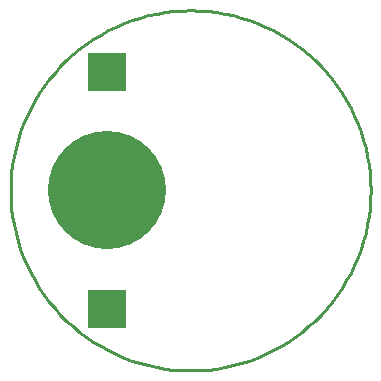
<source format=gtp>
G75*
G70*
%OFA0B0*%
%FSLAX24Y24*%
%IPPOS*%
%LPD*%
%AMOC8*
5,1,8,0,0,1.08239X$1,22.5*
%
%ADD10C,0.0100*%
%ADD11R,0.1260X0.1260*%
%ADD12C,0.3937*%
D10*
X006151Y000151D02*
X006436Y000158D01*
X006721Y000178D01*
X007005Y000212D01*
X007287Y000259D01*
X007566Y000320D01*
X007841Y000394D01*
X008113Y000481D01*
X008381Y000581D01*
X008643Y000693D01*
X008900Y000818D01*
X009151Y000955D01*
X009395Y001103D01*
X009631Y001264D01*
X009860Y001435D01*
X010080Y001617D01*
X010291Y001809D01*
X010493Y002011D01*
X010685Y002222D01*
X010867Y002442D01*
X011038Y002671D01*
X011199Y002907D01*
X011347Y003151D01*
X011484Y003402D01*
X011609Y003659D01*
X011721Y003921D01*
X011821Y004189D01*
X011908Y004461D01*
X011982Y004736D01*
X012043Y005015D01*
X012090Y005297D01*
X012124Y005581D01*
X012144Y005866D01*
X012151Y006151D01*
X006151Y000151D02*
X005866Y000158D01*
X005581Y000178D01*
X005297Y000212D01*
X005015Y000259D01*
X004736Y000320D01*
X004461Y000394D01*
X004189Y000481D01*
X003921Y000581D01*
X003659Y000693D01*
X003402Y000818D01*
X003151Y000955D01*
X002907Y001103D01*
X002671Y001264D01*
X002442Y001435D01*
X002222Y001617D01*
X002011Y001809D01*
X001809Y002011D01*
X001617Y002222D01*
X001435Y002442D01*
X001264Y002671D01*
X001103Y002907D01*
X000955Y003151D01*
X000818Y003402D01*
X000693Y003659D01*
X000581Y003921D01*
X000481Y004189D01*
X000394Y004461D01*
X000320Y004736D01*
X000259Y005015D01*
X000212Y005297D01*
X000178Y005581D01*
X000158Y005866D01*
X000151Y006151D01*
X000158Y006436D01*
X000178Y006721D01*
X000212Y007005D01*
X000259Y007287D01*
X000320Y007566D01*
X000394Y007841D01*
X000481Y008113D01*
X000581Y008381D01*
X000693Y008643D01*
X000818Y008900D01*
X000955Y009151D01*
X001103Y009395D01*
X001264Y009631D01*
X001435Y009860D01*
X001617Y010080D01*
X001809Y010291D01*
X002011Y010493D01*
X002222Y010685D01*
X002442Y010867D01*
X002671Y011038D01*
X002907Y011199D01*
X003151Y011347D01*
X003402Y011484D01*
X003659Y011609D01*
X003921Y011721D01*
X004189Y011821D01*
X004461Y011908D01*
X004736Y011982D01*
X005015Y012043D01*
X005297Y012090D01*
X005581Y012124D01*
X005866Y012144D01*
X006151Y012151D01*
X006436Y012144D01*
X006721Y012124D01*
X007005Y012090D01*
X007287Y012043D01*
X007566Y011982D01*
X007841Y011908D01*
X008113Y011821D01*
X008381Y011721D01*
X008643Y011609D01*
X008900Y011484D01*
X009151Y011347D01*
X009395Y011199D01*
X009631Y011038D01*
X009860Y010867D01*
X010080Y010685D01*
X010291Y010493D01*
X010493Y010291D01*
X010685Y010080D01*
X010867Y009860D01*
X011038Y009631D01*
X011199Y009395D01*
X011347Y009151D01*
X011484Y008900D01*
X011609Y008643D01*
X011721Y008381D01*
X011821Y008113D01*
X011908Y007841D01*
X011982Y007566D01*
X012043Y007287D01*
X012090Y007005D01*
X012124Y006721D01*
X012144Y006436D01*
X012151Y006151D01*
D11*
X003351Y002214D03*
X003351Y010088D03*
D12*
X003351Y006151D03*
M02*

</source>
